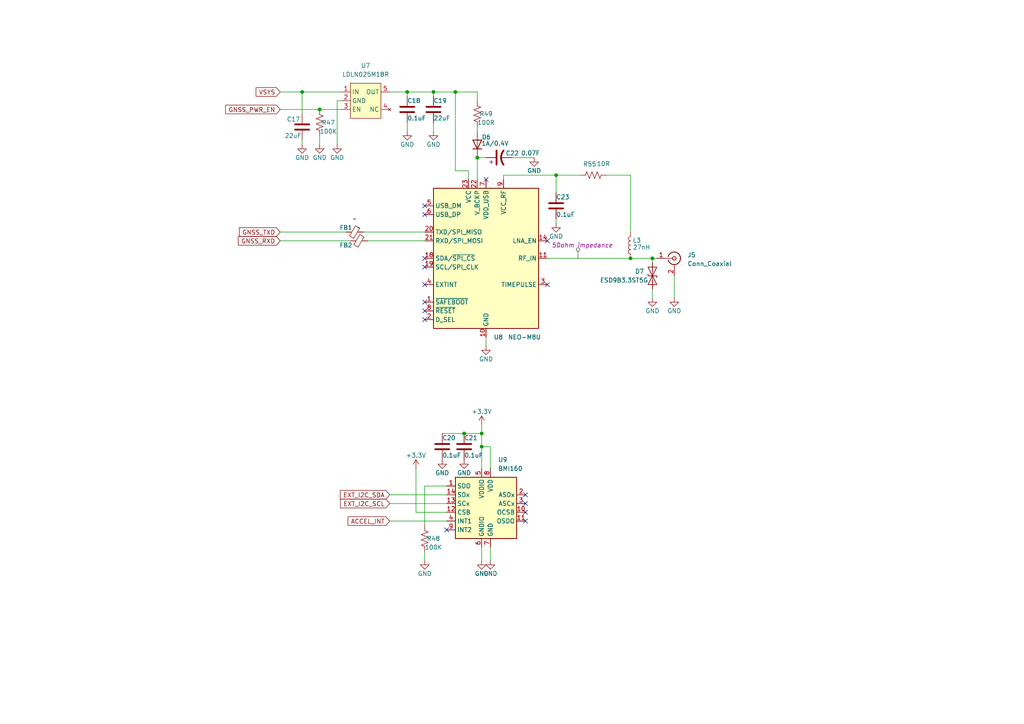
<source format=kicad_sch>
(kicad_sch (version 20230121) (generator eeschema)
  (paper "A4")
  (lib_symbols
    (symbol "Connector:Conn_Coaxial" (pin_names (offset 1.016) hide)
      (property "Reference" "J" (at 0.254 3.048 0))
      (property "Value" "Conn_Coaxial" (at 2.921 0 90))
      (symbol "Conn_Coaxial_0_1"
        (arc (start -1.778 -0.508) (mid 0.2311 -1.8066) (end 1.778 0) (stroke (width 0.254)))
        (polyline (pts (xy -2.54 0) (xy -0.508 0)))
        (polyline (pts (xy 0 -2.54) (xy 0 -1.778)))
        (circle (center 0 0) (radius 0.508) (stroke (width 0.2032)))
        (arc (start 1.778 0) (mid 0.2099 1.8101) (end -1.778 0.508) (stroke (width 0.254)))
      )
      (symbol "Conn_Coaxial_1_1"
        (pin passive line (at -5.08 0 0) (length 2.54) (name "In") (number "1"))
        (pin passive line (at 0 -5.08 90) (length 2.54) (name "Ext") (number "2"))
      )
    )
    (symbol "Device:C" (pin_numbers hide) (pin_names (offset 0.254))
      (property "Reference" "C" (at 0.635 2.54 0))
      (property "Value" "C" (at 0.635 -2.54 0))
      (symbol "C_0_1"
        (polyline (pts (xy -2.032 -0.762) (xy 2.032 -0.762)) (stroke (width 0.508)))
        (polyline (pts (xy -2.032 0.762) (xy 2.032 0.762)) (stroke (width 0.508)))
      )
      (symbol "C_1_1"
        (pin passive line (at 0 3.81 270) (length 2.794) (name "~") (number "1"))
        (pin passive line (at 0 -3.81 90) (length 2.794) (name "~") (number "2"))
      )
    )
    (symbol "Device:C_Polarized_US" (pin_numbers hide) (pin_names (offset 0.254) hide)
      (property "Reference" "C" (at 0.635 2.54 0))
      (property "Value" "C_Polarized_US" (at 0.635 -2.54 0))
      (symbol "C_Polarized_US_0_1"
        (polyline (pts (xy -2.032 0.762) (xy 2.032 0.762)) (stroke (width 0.508)))
        (polyline (pts (xy -1.778 2.286) (xy -0.762 2.286)))
        (polyline (pts (xy -1.27 1.778) (xy -1.27 2.794)))
        (arc (start 2.032 -1.27) (mid 0 -0.5572) (end -2.032 -1.27) (stroke (width 0.508)))
      )
      (symbol "C_Polarized_US_1_1"
        (pin passive line (at 0 3.81 270) (length 2.794) (name "~") (number "1"))
        (pin passive line (at 0 -3.81 90) (length 3.302) (name "~") (number "2"))
      )
    )
    (symbol "Device:D" (pin_numbers hide) (pin_names (offset 1.016) hide)
      (property "Reference" "D" (at 0 2.54 0))
      (property "Value" "D" (at 0 -2.54 0))
      (symbol "D_0_1"
        (polyline (pts (xy -1.27 1.27) (xy -1.27 -1.27)) (stroke (width 0.254)))
        (polyline (pts (xy 1.27 0) (xy -1.27 0)))
        (polyline (pts (xy 1.27 1.27) (xy 1.27 -1.27) (xy -1.27 0) (xy 1.27 1.27)) (stroke (width 0.254)))
      )
      (symbol "D_1_1"
        (pin passive line (at -3.81 0 0) (length 2.54) (name "K") (number "1"))
        (pin passive line (at 3.81 0 180) (length 2.54) (name "A") (number "2"))
      )
    )
    (symbol "Device:FerriteBead_Small" (pin_numbers hide) (pin_names (offset 0))
      (property "Reference" "FB" (at 1.905 1.27 0))
      (property "Value" "FerriteBead_Small" (at 1.905 -1.27 0))
      (symbol "FerriteBead_Small_0_1"
        (polyline (pts (xy 0 -1.27) (xy 0 -0.7874)))
        (polyline (pts (xy 0 0.889) (xy 0 1.2954)))
        (polyline (pts (xy -1.8288 0.2794) (xy -1.1176 1.4986) (xy 1.8288 -0.2032) (xy 1.1176 -1.4224) (xy -1.8288 0.2794)))
      )
      (symbol "FerriteBead_Small_1_1"
        (pin passive line (at 0 2.54 270) (length 1.27) (name "~") (number "1"))
        (pin passive line (at 0 -2.54 90) (length 1.27) (name "~") (number "2"))
      )
    )
    (symbol "Device:L" (pin_numbers hide) (pin_names (offset 1.016) hide)
      (property "Reference" "L" (at -1.27 0 90))
      (property "Value" "L" (at 1.905 0 90))
      (symbol "L_0_1"
        (arc (start 0 -2.54) (mid 0.6323 -1.905) (end 0 -1.27))
        (arc (start 0 -1.27) (mid 0.6323 -0.635) (end 0 0))
        (arc (start 0 0) (mid 0.6323 0.635) (end 0 1.27))
        (arc (start 0 1.27) (mid 0.6323 1.905) (end 0 2.54))
      )
      (symbol "L_1_1"
        (pin passive line (at 0 3.81 270) (length 1.27) (name "1") (number "1"))
        (pin passive line (at 0 -3.81 90) (length 1.27) (name "2") (number "2"))
      )
    )
    (symbol "Device:R_US" (pin_numbers hide) (pin_names (offset 0))
      (property "Reference" "R" (at 2.54 0 90))
      (property "Value" "R_US" (at -2.54 0 90))
      (symbol "R_US_0_1"
        (polyline (pts (xy 0 -2.286) (xy 0 -2.54)))
        (polyline (pts (xy 0 2.286) (xy 0 2.54)))
        (polyline (pts (xy 0 -0.762) (xy 1.016 -1.143) (xy 0 -1.524) (xy -1.016 -1.905) (xy 0 -2.286)))
        (polyline (pts (xy 0 0.762) (xy 1.016 0.381) (xy 0 0) (xy -1.016 -0.381) (xy 0 -0.762)))
        (polyline (pts (xy 0 2.286) (xy 1.016 1.905) (xy 0 1.524) (xy -1.016 1.143) (xy 0 0.762)))
      )
      (symbol "R_US_1_1"
        (pin passive line (at 0 3.81 270) (length 1.27) (name "~") (number "1"))
        (pin passive line (at 0 -3.81 90) (length 1.27) (name "~") (number "2"))
      )
    )
    (symbol "Diode:ESD9B3.3ST5G" (pin_numbers hide) (pin_names (offset 1.016) hide)
      (property "Reference" "D" (at 0 2.54 0))
      (property "Value" "ESD9B3.3ST5G" (at 0 -2.54 0))
      (symbol "ESD9B3.3ST5G_0_1"
        (polyline (pts (xy 1.27 0) (xy -1.27 0)))
        (polyline (pts (xy -2.54 -1.27) (xy 0 0) (xy -2.54 1.27) (xy -2.54 -1.27)) (stroke (width 0.2032)))
        (polyline (pts (xy 0.508 1.27) (xy 0 1.27) (xy 0 -1.27) (xy -0.508 -1.27)) (stroke (width 0.2032)))
        (polyline (pts (xy 2.54 1.27) (xy 2.54 -1.27) (xy 0 0) (xy 2.54 1.27)) (stroke (width 0.2032)))
      )
      (symbol "ESD9B3.3ST5G_1_1"
        (pin passive line (at -3.81 0 0) (length 2.54) (name "A1") (number "1"))
        (pin passive line (at 3.81 0 180) (length 2.54) (name "A2") (number "2"))
      )
    )
    (symbol "RF_GPS:NEO-M8N"
      (property "Reference" "U" (at -13.97 21.59 0))
      (property "Value" "NEO-M8N" (at 11.43 21.59 0))
      (symbol "NEO-M8N_0_1"
        (rectangle (start -15.24 20.32) (end 15.24 -20.32) (stroke (width 0.254)) (fill (type background)))
      )
      (symbol "NEO-M8N_1_1"
        (pin input line (at -17.78 -12.7 0) (length 2.54) (name "~{SAFEBOOT}") (number "1"))
        (pin power_in line (at 0 -22.86 90) (length 2.54) (name "GND") (number "10"))
        (pin input line (at 17.78 0 180) (length 2.54) (name "RF_IN") (number "11"))
        (pin passive line (at 0 -22.86 90) (length 2.54) hide (name "GND") (number "12"))
        (pin passive line (at 0 -22.86 90) (length 2.54) hide (name "GND") (number "13"))
        (pin output line (at 17.78 5.08 180) (length 2.54) (name "LNA_EN") (number "14"))
        (pin no_connect line (at 15.24 -10.16 180) (length 2.54) hide (name "RESERVED") (number "15"))
        (pin no_connect line (at 15.24 -12.7 180) (length 2.54) hide (name "RESERVED") (number "16"))
        (pin no_connect line (at 15.24 -15.24 180) (length 2.54) hide (name "RESERVED") (number "17"))
        (pin bidirectional line (at -17.78 0 0) (length 2.54) (name "SDA/~{SPI_CS}") (number "18"))
        (pin input line (at -17.78 -2.54 0) (length 2.54) (name "SCL/SPI_CLK") (number "19"))
        (pin input line (at -17.78 -17.78 0) (length 2.54) (name "D_SEL") (number "2"))
        (pin output line (at -17.78 7.62 0) (length 2.54) (name "TXD/SPI_MISO") (number "20"))
        (pin input line (at -17.78 5.08 0) (length 2.54) (name "RXD/SPI_MOSI") (number "21"))
        (pin power_in line (at -2.54 22.86 270) (length 2.54) (name "V_BCKP") (number "22"))
        (pin power_in line (at -5.08 22.86 270) (length 2.54) (name "VCC") (number "23"))
        (pin passive line (at 0 -22.86 90) (length 2.54) hide (name "GND") (number "24"))
        (pin output line (at 17.78 -7.62 180) (length 2.54) (name "TIMEPULSE") (number "3"))
        (pin input line (at -17.78 -7.62 0) (length 2.54) (name "EXTINT") (number "4"))
        (pin bidirectional line (at -17.78 15.24 0) (length 2.54) (name "USB_DM") (number "5"))
        (pin bidirectional line (at -17.78 12.7 0) (length 2.54) (name "USB_DP") (number "6"))
        (pin power_in line (at 0 22.86 270) (length 2.54) (name "VDD_USB") (number "7"))
        (pin input line (at -17.78 -15.24 0) (length 2.54) (name "~{RESET}") (number "8"))
        (pin power_out line (at 5.08 22.86 270) (length 2.54) (name "VCC_RF") (number "9"))
      )
    )
    (symbol "Sensor_Motion:BMI160"
      (property "Reference" "U" (at -10.16 8.89 0))
      (property "Value" "BMI160" (at 7.62 8.89 0))
      (symbol "BMI160_1_1"
        (rectangle (start -10.16 7.62) (end 7.62 -10.16) (stroke (width 0.254)) (fill (type background)))
        (pin bidirectional line (at -12.7 5.08 0) (length 2.54) (name "SDO") (number "1"))
        (pin bidirectional line (at 10.16 -2.54 180) (length 2.54) (name "OCSB") (number "10"))
        (pin bidirectional line (at 10.16 -5.08 180) (length 2.54) (name "OSDO") (number "11"))
        (pin input line (at -12.7 -2.54 0) (length 2.54) (name "CSB") (number "12"))
        (pin input line (at -12.7 0 0) (length 2.54) (name "SCx") (number "13"))
        (pin bidirectional line (at -12.7 2.54 0) (length 2.54) (name "SDx") (number "14"))
        (pin bidirectional line (at 10.16 2.54 180) (length 2.54) (name "ASDx") (number "2"))
        (pin output line (at 10.16 0 180) (length 2.54) (name "ASCx") (number "3"))
        (pin bidirectional line (at -12.7 -5.08 0) (length 2.54) (name "INT1") (number "4"))
        (pin power_in line (at -2.54 10.16 270) (length 2.54) (name "VDDIO") (number "5"))
        (pin power_in line (at -2.54 -12.7 90) (length 2.54) (name "GNDIO") (number "6"))
        (pin power_in line (at 0 -12.7 90) (length 2.54) (name "GND") (number "7"))
        (pin power_in line (at 0 10.16 270) (length 2.54) (name "VDD") (number "8"))
        (pin bidirectional line (at -12.7 -7.62 0) (length 2.54) (name "INT2") (number "9"))
      )
    )
    (symbol "kicad_lib_particle:LDLN025M18R"
      (property "Reference" "U" (at 2.54 11.43 0))
      (property "Value" "LDLN025M18R" (at 8.89 -1.27 0))
      (symbol "LDLN025M18R_1_1"
        (rectangle (start 2.54 10.16) (end 11.43 0) (fill (type background)))
        (pin power_in line (at 0 7.62 0) (length 2.54) (name "IN") (number "1"))
        (pin power_in line (at 0 5.08 0) (length 2.54) (name "GND") (number "2"))
        (pin input line (at 0 2.54 0) (length 2.54) (name "EN") (number "3"))
        (pin no_connect line (at 13.97 2.54 180) (length 2.54) (name "NC") (number "4"))
        (pin power_out line (at 13.97 7.62 180) (length 2.54) (name "OUT") (number "5"))
      )
    )
    (symbol "power:+3.3V" (power) (pin_names (offset 0))
      (property "Value" "+3.3V" (at 0 3.556 0))
      (symbol "+3.3V_0_1"
        (polyline (pts (xy -0.762 1.27) (xy 0 2.54)))
        (polyline (pts (xy 0 0) (xy 0 2.54)))
        (polyline (pts (xy 0 2.54) (xy 0.762 1.27)))
      )
      (symbol "+3.3V_1_1"
        (pin power_in line (at 0 0 90) (length 0) hide (name "+3.3V") (number "1"))
      )
    )
    (symbol "power:GND" (power) (pin_names (offset 0))
      (property "Value" "GND" (at 0 -3.81 0))
      (symbol "GND_0_1"
        (polyline (pts (xy 0 0) (xy 0 -1.27) (xy 1.27 -1.27) (xy 0 -2.54) (xy -1.27 -1.27) (xy 0 -1.27)))
      )
      (symbol "GND_1_1"
        (pin power_in line (at 0 0 270) (length 0) hide (name "GND") (number "1"))
      )
    )
  )
  (junction (at 138.43 45.72))
  (junction (at 92.71 31.75))
  (junction (at 125.73 26.67))
  (junction (at 139.7 129.54))
  (junction (at 139.7 125.73))
  (junction (at 134.62 125.73))
  (junction (at 87.63 26.67))
  (junction (at 161.29 50.8))
  (junction (at 182.88 74.93))
  (junction (at 189.23 74.93))
  (junction (at 118.11 26.67))
  (junction (at 132.08 26.67))
  (no_connect (at 123.19 90.17))
  (no_connect (at 152.4 143.51))
  (no_connect (at 123.19 92.71))
  (no_connect (at 152.4 146.05))
  (no_connect (at 158.75 69.85))
  (no_connect (at 152.4 148.59))
  (no_connect (at 123.19 59.69))
  (no_connect (at 140.97 52.07))
  (no_connect (at 123.19 87.63))
  (no_connect (at 123.19 77.47))
  (no_connect (at 152.4 151.13))
  (no_connect (at 123.19 82.55))
  (no_connect (at 123.19 74.93))
  (no_connect (at 123.19 62.23))
  (no_connect (at 129.54 153.67))
  (no_connect (at 158.75 82.55))
  (wire (pts (xy 138.43 45.72) (xy 140.97 45.72)))
  (wire (pts (xy 138.43 26.67) (xy 138.43 29.21)))
  (wire (pts (xy 105.41 67.31) (xy 123.19 67.31)))
  (wire (pts (xy 132.08 26.67) (xy 138.43 26.67)))
  (wire (pts (xy 106.68 69.85) (xy 123.19 69.85)))
  (wire (pts (xy 118.11 26.67) (xy 118.11 27.94)))
  (wire (pts (xy 129.54 148.59) (xy 120.65 148.59)))
  (wire (pts (xy 87.63 41.91) (xy 87.63 40.64)))
  (wire (pts (xy 123.19 152.4) (xy 123.19 140.97)))
  (wire (pts (xy 113.03 151.13) (xy 129.54 151.13)))
  (wire (pts (xy 154.94 45.72) (xy 148.59 45.72)))
  (wire (pts (xy 189.23 74.93) (xy 189.23 76.2)))
  (wire (pts (xy 138.43 52.07) (xy 138.43 45.72)))
  (wire (pts (xy 146.05 50.8) (xy 161.29 50.8)))
  (wire (pts (xy 139.7 162.56) (xy 139.7 158.75)))
  (wire (pts (xy 146.05 52.07) (xy 146.05 50.8)))
  (wire (pts (xy 182.88 74.93) (xy 189.23 74.93)))
  (wire (pts (xy 125.73 38.1) (xy 125.73 35.56)))
  (wire (pts (xy 132.08 26.67) (xy 132.08 49.53)))
  (wire (pts (xy 81.28 69.85) (xy 101.6 69.85)))
  (wire (pts (xy 161.29 63.5) (xy 161.29 64.77)))
  (wire (pts (xy 81.28 31.75) (xy 92.71 31.75)))
  (wire (pts (xy 139.7 125.73) (xy 139.7 129.54)))
  (wire (pts (xy 132.08 49.53) (xy 135.89 49.53)))
  (wire (pts (xy 97.79 29.21) (xy 97.79 41.91)))
  (wire (pts (xy 175.895 50.8) (xy 182.88 50.8)))
  (wire (pts (xy 118.11 38.1) (xy 118.11 35.56)))
  (wire (pts (xy 125.73 26.67) (xy 132.08 26.67)))
  (wire (pts (xy 99.06 29.21) (xy 97.79 29.21)))
  (wire (pts (xy 113.03 143.51) (xy 129.54 143.51)))
  (wire (pts (xy 81.28 67.31) (xy 100.33 67.31)))
  (wire (pts (xy 92.71 39.37) (xy 92.71 41.91)))
  (wire (pts (xy 139.7 129.54) (xy 142.24 129.54)))
  (wire (pts (xy 113.03 146.05) (xy 129.54 146.05)))
  (wire (pts (xy 123.19 162.56) (xy 123.19 160.02)))
  (wire (pts (xy 158.75 74.93) (xy 182.88 74.93)))
  (wire (pts (xy 128.27 125.73) (xy 134.62 125.73)))
  (wire (pts (xy 195.58 86.36) (xy 195.58 80.01)))
  (wire (pts (xy 123.19 140.97) (xy 129.54 140.97)))
  (wire (pts (xy 139.7 135.89) (xy 139.7 129.54)))
  (wire (pts (xy 92.71 31.75) (xy 99.06 31.75)))
  (wire (pts (xy 118.11 26.67) (xy 125.73 26.67)))
  (wire (pts (xy 139.7 123.19) (xy 139.7 125.73)))
  (wire (pts (xy 142.24 129.54) (xy 142.24 135.89)))
  (wire (pts (xy 87.63 33.02) (xy 87.63 26.67)))
  (wire (pts (xy 161.29 50.8) (xy 161.29 55.88)))
  (wire (pts (xy 135.89 49.53) (xy 135.89 52.07)))
  (wire (pts (xy 113.03 26.67) (xy 118.11 26.67)))
  (wire (pts (xy 182.88 50.8) (xy 182.88 67.31)))
  (wire (pts (xy 125.73 26.67) (xy 125.73 27.94)))
  (wire (pts (xy 120.65 148.59) (xy 120.65 135.89)))
  (wire (pts (xy 87.63 26.67) (xy 99.06 26.67)))
  (wire (pts (xy 142.24 162.56) (xy 142.24 158.75)))
  (wire (pts (xy 189.23 86.36) (xy 189.23 83.82)))
  (wire (pts (xy 134.62 125.73) (xy 139.7 125.73)))
  (wire (pts (xy 189.23 74.93) (xy 190.5 74.93)))
  (wire (pts (xy 81.28 26.67) (xy 87.63 26.67)))
  (wire (pts (xy 138.43 36.83) (xy 138.43 38.1)))
  (wire (pts (xy 161.29 50.8) (xy 168.275 50.8)))
  (wire (pts (xy 140.97 100.33) (xy 140.97 97.79)))
  (global_label "GNSS_TXD" (shape input) (at 81.28 67.31 180) (property "Intersheetrefs" "${INTERSHEET_REFS}" (effects hide)))
  (global_label "ACCEL_INT" (shape input) (at 113.03 151.13 180) (property "Intersheetrefs" "${INTERSHEET_REFS}" (effects hide)))
  (global_label "GNSS_RXD" (shape input) (at 81.28 69.85 180) (property "Intersheetrefs" "${INTERSHEET_REFS}" (effects hide)))
  (global_label "EXT_I2C_SCL" (shape input) (at 113.03 146.05 180) (property "Intersheetrefs" "${INTERSHEET_REFS}" (effects hide)))
  (global_label "EXT_I2C_SDA" (shape input) (at 113.03 143.51 180) (property "Intersheetrefs" "${INTERSHEET_REFS}" (effects hide)))
  (global_label "GNSS_PWR_EN" (shape input) (at 81.28 31.75 180) (property "Intersheetrefs" "${INTERSHEET_REFS}" (effects hide)))
  (global_label "VSYS" (shape input) (at 81.28 26.67 180) (property "Intersheetrefs" "${INTERSHEET_REFS}" (effects hide)))
  (netclass_flag "" (length 2.54) (shape round) (at 167.64 74.93 0) (property "Netclass" "50ohm impedance" (at 160.02 71.12 0) (effects (font italic) (justify left))))
  (symbol (lib_id "Device:C") (at 118.11 31.75 0) (unit 1)
    (property "Reference" "C18" (at 118.11 29.21 0) (effects (justify left)))
    (property "Value" "0.1uF" (at 118.11 34.29 0) (effects (justify left)))
    (property "Footprint" "Capacitor_SMD:C_0603_1608Metric" (effects hide))
  )
  (symbol (lib_id "Device:R_US") (at 172.085 50.8 270) (unit 1)
    (property "Reference" "R55" (at 171.0436 47.5996 90))
    (property "Value" "10R" (at 175.006 47.498 90))
    (property "Footprint" "Resistor_SMD:R_0402_1005Metric" (effects hide))
  )
  (symbol (lib_id "Device:C") (at 125.73 31.75 0) (unit 1)
    (property "Reference" "C19" (at 125.73 29.21 0) (effects (justify left)))
    (property "Value" "22uF" (at 125.73 34.29 0) (effects (justify left)))
    (property "Footprint" "Capacitor_SMD:C_0603_1608Metric" (effects hide))
  )
  (symbol (lib_id "power:GND") (at 195.58 86.36 0) (unit 1)
    (property "Reference" "#PWR031" (effects hide))
    (property "Value" "GND" (at 195.58 90.17 0))
  )
  (symbol (lib_id "Device:C") (at 161.29 59.69 0) (unit 1)
    (property "Reference" "C23" (at 161.29 57.15 0) (effects (justify left)))
    (property "Value" "0.1uF" (at 161.29 62.23 0) (effects (justify left)))
    (property "Footprint" "Capacitor_SMD:C_0603_1608Metric" (effects hide))
  )
  (symbol (lib_id "power:+3.3V") (at 139.7 123.19 0) (unit 1)
    (property "Reference" "#PWR042" (effects hide))
    (property "Value" "+3.3V" (at 139.7 119.38 0))
  )
  (symbol (lib_id "power:GND") (at 118.11 38.1 0) (unit 1)
    (property "Reference" "#PWR036" (effects hide))
    (property "Value" "GND" (at 118.11 41.91 0))
  )
  (symbol (lib_id "power:GND") (at 123.19 162.56 0) (unit 1)
    (property "Reference" "#PWR041" (effects hide))
    (property "Value" "GND" (at 123.19 166.37 0))
  )
  (symbol (lib_id "power:GND") (at 140.97 100.33 0) (unit 1)
    (property "Reference" "#PWR034" (effects hide))
    (property "Value" "GND" (at 140.97 104.14 0))
  )
  (symbol (lib_id "RF_GPS:NEO-M8N") (at 140.97 74.93 0) (unit 1)
    (property "Reference" "U8" (at 143.1641 97.79 0) (effects (justify left)))
    (property "Value" "NEO-M8U" (at 147.32 97.79 0) (effects (justify left)))
    (property "Footprint" "RF_GPS:ublox_NEO" (effects hide))
    (property "Datasheet" "https://content.u-blox.com/sites/default/files/NEO-M8-FW3_DataSheet_UBX-15031086.pdf" (effects hide))
  )
  (symbol (lib_id "power:GND") (at 142.24 162.56 0) (unit 1)
    (property "Reference" "#PWR039" (effects hide))
    (property "Value" "GND" (at 142.24 166.37 0))
  )
  (symbol (lib_id "power:GND") (at 139.7 162.56 0) (unit 1)
    (property "Reference" "#PWR040" (effects hide))
    (property "Value" "GND" (at 139.7 166.37 0))
  )
  (symbol (lib_id "power:GND") (at 97.79 41.91 0) (unit 1)
    (property "Reference" "#PWR029" (effects hide))
    (property "Value" "GND" (at 97.79 45.72 0))
  )
  (symbol (lib_id "Device:C_Polarized_US") (at 144.78 45.72 90) (unit 1)
    (property "Reference" "C22" (at 148.59 44.45 90))
    (property "Value" "0.07F" (at 153.8732 44.3992 90))
    (property "Footprint" "particle_kicad_lib:SM3R370301U" (effects hide))
  )
  (symbol (lib_id "Device:R_US") (at 92.71 35.56 180) (unit 1)
    (property "Reference" "R47" (at 95.25 35.56 0))
    (property "Value" "100K" (at 95.25 38.1 0))
    (property "Footprint" "Resistor_SMD:R_0603_1608Metric" (effects hide))
  )
  (symbol (lib_id "kicad_lib_particle:LDLN025M18R") (at 99.06 34.29 0) (unit 1)
    (property "Reference" "U7" (at 106.045 19.05 0))
    (property "Value" "LDLN025M18R" (at 106.045 21.59 0))
    (property "Footprint" "Package_TO_SOT_SMD:SOT-23-5" (effects hide))
  )
  (symbol (lib_id "Device:D") (at 138.43 41.91 90) (unit 1)
    (property "Reference" "D6" (at 139.7 39.7764 90) (effects (justify right)))
    (property "Value" "1A/0.4V" (at 139.5984 41.6052 90) (effects (justify right)))
    (property "Footprint" "Diode_SMD:D_SOD-323" (effects hide))
    (property "Sim.Device" "D" (effects hide))
    (property "Sim.Pins" "1=K 2=A" (effects hide))
  )
  (symbol (lib_id "power:GND") (at 92.71 41.91 0) (unit 1)
    (property "Reference" "#PWR030" (effects hide))
    (property "Value" "GND" (at 92.71 45.72 0))
  )
  (symbol (lib_id "power:GND") (at 189.23 86.36 0) (unit 1)
    (property "Reference" "#PWR032" (effects hide))
    (property "Value" "GND" (at 189.23 90.17 0))
  )
  (symbol (lib_id "Diode:ESD9B3.3ST5G") (at 189.23 80.01 90) (unit 1)
    (property "Reference" "D7" (at 184.15 78.74 90) (effects (justify right)))
    (property "Value" "ESD9B3.3ST5G" (at 173.99 81.28 90) (effects (justify right)))
    (property "Footprint" "Diode_SMD:D_SOD-923" (effects hide))
    (property "Datasheet" "https://www.onsemi.com/pub/Collateral/ESD9B-D.PDF" (effects hide))
  )
  (symbol (lib_id "power:GND") (at 128.27 133.35 0) (unit 1)
    (property "Reference" "#PWR043" (effects hide))
    (property "Value" "GND" (at 128.27 137.16 0))
  )
  (symbol (lib_id "power:GND") (at 125.73 38.1 0) (unit 1)
    (property "Reference" "#PWR037" (effects hide))
    (property "Value" "GND" (at 125.73 41.91 0))
  )
  (symbol (lib_id "Device:FerriteBead_Small") (at 102.87 67.31 90) (unit 1)
    (property "Reference" "FB1" (at 100.33 66.04 90))
    (property "Value" "~" (at 102.8319 63.5 90))
    (property "Footprint" "Inductor_SMD:L_0402_1005Metric" (effects hide))
  )
  (symbol (lib_id "Device:FerriteBead_Small") (at 104.14 69.85 90) (unit 1)
    (property "Reference" "FB2" (at 100.33 71.12 90))
    (property "Value" "~" (at 104.1019 66.04 90))
    (property "Footprint" "Inductor_SMD:L_0402_1005Metric" (effects hide))
  )
  (symbol (lib_id "Device:L") (at 182.88 71.12 180) (unit 1)
    (property "Reference" "L3" (at 184.7088 69.6976 0))
    (property "Value" "27nH" (at 186.0804 71.7296 0))
    (property "Footprint" "Inductor_SMD:L_0402_1005Metric" (effects hide))
  )
  (symbol (lib_id "Device:C") (at 128.27 129.54 0) (unit 1)
    (property "Reference" "C20" (at 128.27 127 0) (effects (justify left)))
    (property "Value" "0.1uF" (at 128.27 132.08 0) (effects (justify left)))
    (property "Footprint" "Capacitor_SMD:C_0603_1608Metric" (effects hide))
  )
  (symbol (lib_id "Connector:Conn_Coaxial") (at 195.58 74.93 0) (unit 1)
    (property "Reference" "J5" (at 199.39 73.9532 0) (effects (justify left)))
    (property "Value" "Conn_Coaxial" (at 199.39 76.4932 0) (effects (justify left)))
    (property "Footprint" "Connector_Coaxial:U.FL_Hirose_U.FL-R-SMT-1_Vertical" (effects hide))
    (property "Datasheet" " ~" (effects hide))
  )
  (symbol (lib_id "power:GND") (at 154.94 45.72 0) (unit 1)
    (property "Reference" "#PWR038" (effects hide))
    (property "Value" "GND" (at 154.94 49.53 0))
  )
  (symbol (lib_id "Device:C") (at 87.63 36.83 0) (unit 1)
    (property "Reference" "C17" (at 83.1596 34.5948 0) (effects (justify left)))
    (property "Value" "22uF" (at 82.55 39.37 0) (effects (justify left)))
    (property "Footprint" "Capacitor_SMD:C_0603_1608Metric" (effects hide))
  )
  (symbol (lib_id "power:GND") (at 134.62 133.35 0) (unit 1)
    (property "Reference" "#PWR044" (effects hide))
    (property "Value" "GND" (at 134.62 137.16 0))
  )
  (symbol (lib_id "power:+3.3V") (at 120.65 135.89 0) (unit 1)
    (property "Reference" "#PWR045" (effects hide))
    (property "Value" "+3.3V" (at 120.65 132.08 0))
  )
  (symbol (lib_id "power:GND") (at 87.63 41.91 0) (unit 1)
    (property "Reference" "#PWR035" (effects hide))
    (property "Value" "GND" (at 87.63 45.72 0))
  )
  (symbol (lib_id "Sensor_Motion:BMI160") (at 142.24 146.05 0) (unit 1)
    (property "Reference" "U9" (at 144.4341 133.35 0) (effects (justify left)))
    (property "Value" "BMI160" (at 144.4341 135.89 0) (effects (justify left)))
    (property "Footprint" "Package_LGA:Bosch_LGA-14_3x2.5mm_P0.5mm" (effects hide))
    (property "Datasheet" "https://www.bosch-sensortec.com/media/boschsensortec/downloads/datasheets/bst-bmi160-ds000.pdf" (effects hide))
  )
  (symbol (lib_id "Device:R_US") (at 138.43 33.02 180) (unit 1)
    (property "Reference" "R49" (at 140.97 33.02 0))
    (property "Value" "100R" (at 140.97 35.56 0))
    (property "Footprint" "Resistor_SMD:R_0603_1608Metric" (effects hide))
  )
  (symbol (lib_id "Device:R_US") (at 123.19 156.21 180) (unit 1)
    (property "Reference" "R48" (at 125.73 156.21 0))
    (property "Value" "100K" (at 125.73 158.75 0))
    (property "Footprint" "Resistor_SMD:R_0603_1608Metric" (effects hide))
  )
  (symbol (lib_id "power:GND") (at 161.29 64.77 0) (unit 1)
    (property "Reference" "#PWR033" (effects hide))
    (property "Value" "GND" (at 161.29 68.58 0))
  )
  (symbol (lib_id "Device:C") (at 134.62 129.54 0) (unit 1)
    (property "Reference" "C21" (at 134.62 127 0) (effects (justify left)))
    (property "Value" "0.1uF" (at 134.62 132.08 0) (effects (justify left)))
    (property "Footprint" "Capacitor_SMD:C_0603_1608Metric" (effects hide))
  )
)
</source>
